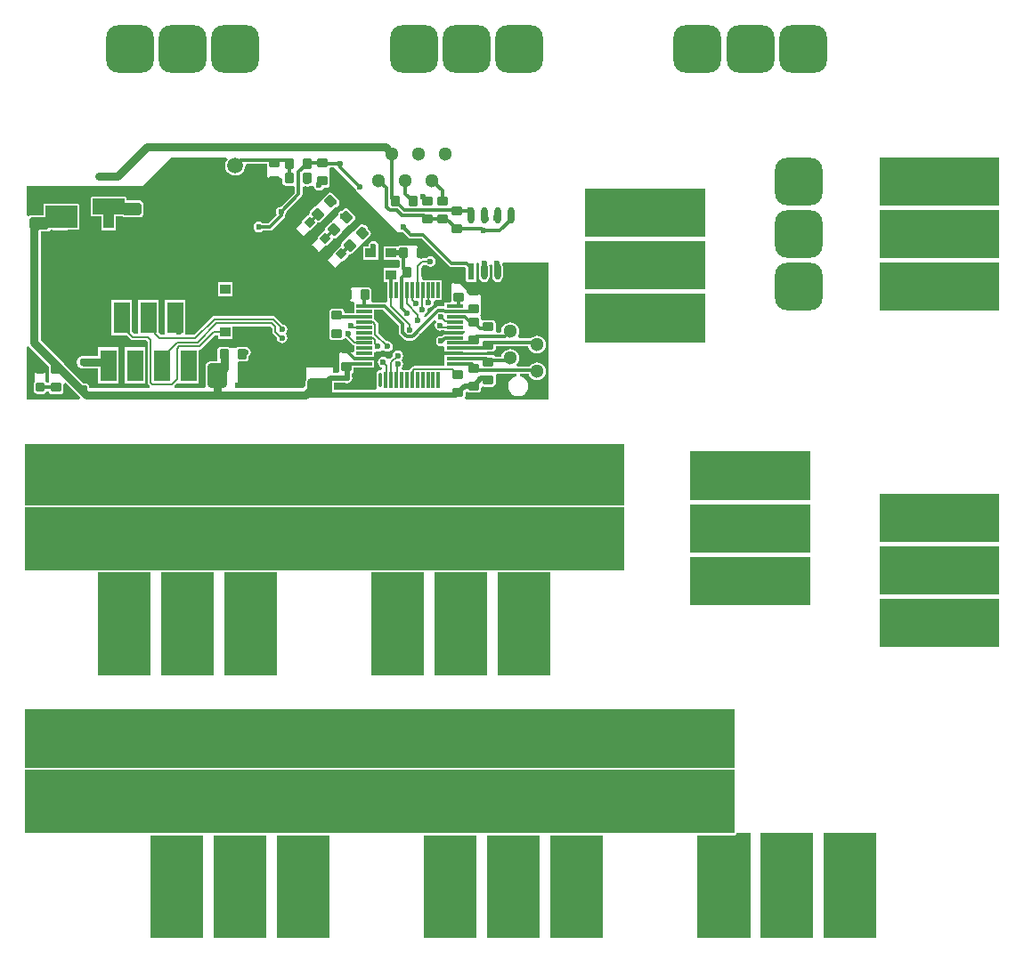
<source format=gtl>
G04*
G04 #@! TF.GenerationSoftware,Altium Limited,Altium Designer,18.1.7 (191)*
G04*
G04 Layer_Physical_Order=1*
G04 Layer_Color=255*
%FSLAX43Y43*%
%MOMM*%
G71*
G01*
G75*
%ADD10R,3.000X4.000*%
%ADD11O,0.300X1.500*%
%ADD12R,0.300X1.500*%
%ADD13R,1.500X0.300*%
G04:AMPARAMS|DCode=14|XSize=1mm|YSize=0.9mm|CornerRadius=0.113mm|HoleSize=0mm|Usage=FLASHONLY|Rotation=0.000|XOffset=0mm|YOffset=0mm|HoleType=Round|Shape=RoundedRectangle|*
%AMROUNDEDRECTD14*
21,1,1.000,0.675,0,0,0.0*
21,1,0.775,0.900,0,0,0.0*
1,1,0.225,0.388,-0.338*
1,1,0.225,-0.388,-0.338*
1,1,0.225,-0.388,0.338*
1,1,0.225,0.388,0.338*
%
%ADD14ROUNDEDRECTD14*%
G04:AMPARAMS|DCode=15|XSize=1mm|YSize=0.9mm|CornerRadius=0.113mm|HoleSize=0mm|Usage=FLASHONLY|Rotation=135.000|XOffset=0mm|YOffset=0mm|HoleType=Round|Shape=RoundedRectangle|*
%AMROUNDEDRECTD15*
21,1,1.000,0.675,0,0,135.0*
21,1,0.775,0.900,0,0,135.0*
1,1,0.225,-0.035,0.513*
1,1,0.225,0.513,-0.035*
1,1,0.225,0.035,-0.513*
1,1,0.225,-0.513,0.035*
%
%ADD15ROUNDEDRECTD15*%
G04:AMPARAMS|DCode=16|XSize=1mm|YSize=0.9mm|CornerRadius=0.113mm|HoleSize=0mm|Usage=FLASHONLY|Rotation=90.000|XOffset=0mm|YOffset=0mm|HoleType=Round|Shape=RoundedRectangle|*
%AMROUNDEDRECTD16*
21,1,1.000,0.675,0,0,90.0*
21,1,0.775,0.900,0,0,90.0*
1,1,0.225,0.338,0.388*
1,1,0.225,0.338,-0.388*
1,1,0.225,-0.338,-0.388*
1,1,0.225,-0.338,0.388*
%
%ADD16ROUNDEDRECTD16*%
%ADD17R,0.600X1.550*%
%ADD18O,0.600X1.550*%
%ADD19R,1.000X0.900*%
%ADD20R,1.500X3.000*%
%ADD21R,1.000X0.900*%
G04:AMPARAMS|DCode=22|XSize=0.8mm|YSize=0.8mm|CornerRadius=0.1mm|HoleSize=0mm|Usage=FLASHONLY|Rotation=225.000|XOffset=0mm|YOffset=0mm|HoleType=Round|Shape=RoundedRectangle|*
%AMROUNDEDRECTD22*
21,1,0.800,0.600,0,0,225.0*
21,1,0.600,0.800,0,0,225.0*
1,1,0.200,-0.424,0.000*
1,1,0.200,0.000,0.424*
1,1,0.200,0.424,0.000*
1,1,0.200,0.000,-0.424*
%
%ADD22ROUNDEDRECTD22*%
G04:AMPARAMS|DCode=23|XSize=2.3mm|YSize=1.8mm|CornerRadius=0.225mm|HoleSize=0mm|Usage=FLASHONLY|Rotation=90.000|XOffset=0mm|YOffset=0mm|HoleType=Round|Shape=RoundedRectangle|*
%AMROUNDEDRECTD23*
21,1,2.300,1.350,0,0,90.0*
21,1,1.850,1.800,0,0,90.0*
1,1,0.450,0.675,0.925*
1,1,0.450,0.675,-0.925*
1,1,0.450,-0.675,-0.925*
1,1,0.450,-0.675,0.925*
%
%ADD23ROUNDEDRECTD23*%
G04:AMPARAMS|DCode=24|XSize=0.6mm|YSize=0.7mm|CornerRadius=0.075mm|HoleSize=0mm|Usage=FLASHONLY|Rotation=270.000|XOffset=0mm|YOffset=0mm|HoleType=Round|Shape=RoundedRectangle|*
%AMROUNDEDRECTD24*
21,1,0.600,0.550,0,0,270.0*
21,1,0.450,0.700,0,0,270.0*
1,1,0.150,-0.275,-0.225*
1,1,0.150,-0.275,0.225*
1,1,0.150,0.275,0.225*
1,1,0.150,0.275,-0.225*
%
%ADD24ROUNDEDRECTD24*%
%ADD25R,1.000X2.150*%
%ADD26R,3.250X2.150*%
G04:AMPARAMS|DCode=27|XSize=1.8mm|YSize=1.15mm|CornerRadius=0.144mm|HoleSize=0mm|Usage=FLASHONLY|Rotation=180.000|XOffset=0mm|YOffset=0mm|HoleType=Round|Shape=RoundedRectangle|*
%AMROUNDEDRECTD27*
21,1,1.800,0.863,0,0,180.0*
21,1,1.513,1.150,0,0,180.0*
1,1,0.288,-0.756,0.431*
1,1,0.288,0.756,0.431*
1,1,0.288,0.756,-0.431*
1,1,0.288,-0.756,-0.431*
%
%ADD27ROUNDEDRECTD27*%
G04:AMPARAMS|DCode=28|XSize=0.8mm|YSize=0.8mm|CornerRadius=0.1mm|HoleSize=0mm|Usage=FLASHONLY|Rotation=90.000|XOffset=0mm|YOffset=0mm|HoleType=Round|Shape=RoundedRectangle|*
%AMROUNDEDRECTD28*
21,1,0.800,0.600,0,0,90.0*
21,1,0.600,0.800,0,0,90.0*
1,1,0.200,0.300,0.300*
1,1,0.200,0.300,-0.300*
1,1,0.200,-0.300,-0.300*
1,1,0.200,-0.300,0.300*
%
%ADD28ROUNDEDRECTD28*%
G04:AMPARAMS|DCode=29|XSize=2.3mm|YSize=1.8mm|CornerRadius=0.225mm|HoleSize=0mm|Usage=FLASHONLY|Rotation=180.000|XOffset=0mm|YOffset=0mm|HoleType=Round|Shape=RoundedRectangle|*
%AMROUNDEDRECTD29*
21,1,2.300,1.350,0,0,180.0*
21,1,1.850,1.800,0,0,180.0*
1,1,0.450,-0.925,0.675*
1,1,0.450,0.925,0.675*
1,1,0.450,0.925,-0.675*
1,1,0.450,-0.925,-0.675*
%
%ADD29ROUNDEDRECTD29*%
%ADD30C,0.300*%
%ADD31C,0.500*%
%ADD32C,0.800*%
%ADD33C,0.200*%
%ADD34C,0.600*%
G04:AMPARAMS|DCode=35|XSize=4.5mm|YSize=4.5mm|CornerRadius=1.125mm|HoleSize=0mm|Usage=FLASHONLY|Rotation=0.000|XOffset=0mm|YOffset=0mm|HoleType=Round|Shape=RoundedRectangle|*
%AMROUNDEDRECTD35*
21,1,4.500,2.250,0,0,0.0*
21,1,2.250,4.500,0,0,0.0*
1,1,2.250,1.125,-1.125*
1,1,2.250,-1.125,-1.125*
1,1,2.250,-1.125,1.125*
1,1,2.250,1.125,1.125*
%
%ADD35ROUNDEDRECTD35*%
G04:AMPARAMS|DCode=36|XSize=4.5mm|YSize=4.5mm|CornerRadius=1.125mm|HoleSize=0mm|Usage=FLASHONLY|Rotation=90.000|XOffset=0mm|YOffset=0mm|HoleType=Round|Shape=RoundedRectangle|*
%AMROUNDEDRECTD36*
21,1,4.500,2.250,0,0,90.0*
21,1,2.250,4.500,0,0,90.0*
1,1,2.250,1.125,1.125*
1,1,2.250,1.125,-1.125*
1,1,2.250,-1.125,-1.125*
1,1,2.250,-1.125,1.125*
%
%ADD36ROUNDEDRECTD36*%
%ADD37C,0.900*%
%ADD38C,1.600*%
%ADD39C,1.300*%
%ADD40C,1.500*%
%ADD41C,0.600*%
G36*
X25303Y80100D02*
X25210Y79979D01*
X25114Y79748D01*
X25082Y79500D01*
X25114Y79252D01*
X25210Y79021D01*
X25362Y78822D01*
X25561Y78670D01*
X25792Y78574D01*
X26040Y78542D01*
X26288Y78574D01*
X26519Y78670D01*
X26718Y78822D01*
X26870Y79021D01*
X26966Y79252D01*
X26998Y79500D01*
X27124Y79643D01*
X29064D01*
Y79412D01*
X29084Y79314D01*
X29070Y79300D01*
Y78500D01*
X29270Y78300D01*
X30270D01*
X30313Y78343D01*
X30513Y78260D01*
Y77912D01*
X30537Y77791D01*
X30606Y77687D01*
X30710Y77618D01*
X30832Y77594D01*
X31507D01*
X31512Y77595D01*
X31712Y77463D01*
Y76917D01*
X30404Y75609D01*
X30400Y75610D01*
X30205Y75571D01*
X30039Y75460D01*
X29929Y75295D01*
X29890Y75100D01*
X29929Y74905D01*
X29984Y74822D01*
X29214Y74051D01*
X28614D01*
X28471Y74147D01*
X28276Y74186D01*
X28081Y74147D01*
X27916Y74036D01*
X27805Y73871D01*
X27766Y73676D01*
X27805Y73481D01*
X27916Y73315D01*
X28081Y73205D01*
X28276Y73166D01*
X28471Y73205D01*
X28637Y73315D01*
X28651Y73337D01*
X29362D01*
X29498Y73365D01*
X29614Y73442D01*
X30652Y74480D01*
X30730Y74596D01*
X30757Y74733D01*
Y74737D01*
X30760Y74739D01*
X30871Y74905D01*
X30910Y75100D01*
X30909Y75104D01*
X32321Y76517D01*
X32399Y76633D01*
X32426Y76769D01*
Y77411D01*
X32469Y77485D01*
X32692Y77537D01*
X32705Y77529D01*
X32900Y77490D01*
X33095Y77529D01*
X33192Y77594D01*
X33207D01*
X33299Y77612D01*
X33370Y77593D01*
X33515Y77502D01*
X33529Y77431D01*
X33640Y77265D01*
X33805Y77155D01*
X34000Y77116D01*
X34195Y77155D01*
X34360Y77265D01*
X34446Y77394D01*
X34688D01*
X34809Y77418D01*
X34913Y77487D01*
X34982Y77591D01*
X35006Y77713D01*
Y78387D01*
X34986Y78486D01*
X35000Y78500D01*
Y79300D01*
X35182Y79344D01*
X35356D01*
X37497Y77203D01*
X37539Y77139D01*
X37603Y77097D01*
X41500Y73200D01*
X41829D01*
X41999Y73166D01*
X42003Y73167D01*
X42483Y72687D01*
X42599Y72610D01*
X42736Y72583D01*
X43760D01*
X46375Y69968D01*
X46491Y69890D01*
X46628Y69863D01*
X47883D01*
X47935Y69811D01*
Y68544D01*
X47808Y68408D01*
X47745Y68400D01*
X46800D01*
X46600Y68200D01*
Y67400D01*
X46614Y67386D01*
X46594Y67287D01*
Y66613D01*
X46417Y66475D01*
X45950D01*
Y66173D01*
X45869Y66107D01*
X45331D01*
X45194Y66080D01*
X45078Y66002D01*
X44160Y65084D01*
X43943Y65123D01*
X44010Y65317D01*
X44175Y65428D01*
X44286Y65593D01*
X44325Y65788D01*
X44321Y65808D01*
X44415Y65993D01*
X44610Y66032D01*
X44775Y66143D01*
X44886Y66308D01*
X44925Y66503D01*
X44920Y66525D01*
X45084Y66725D01*
X45700D01*
Y68625D01*
X43878D01*
X43795Y68825D01*
X43845Y68875D01*
Y69875D01*
X43803Y69917D01*
X43932Y70071D01*
X44203D01*
X44240Y70016D01*
X44405Y69906D01*
X44600Y69867D01*
X44795Y69906D01*
X44960Y70016D01*
X45071Y70182D01*
X45110Y70377D01*
X45071Y70572D01*
X44960Y70737D01*
X44795Y70848D01*
X44600Y70886D01*
X44405Y70848D01*
X44240Y70737D01*
X44203Y70683D01*
X43788D01*
X43788Y70683D01*
X43684Y70662D01*
X43641Y70681D01*
X43500Y70785D01*
Y71700D01*
X43300Y71900D01*
X42500D01*
X42486Y71886D01*
X42388Y71906D01*
X41713D01*
X41591Y71882D01*
X41527Y71850D01*
X41526Y71850D01*
X40126D01*
Y70550D01*
X41527D01*
X41586Y70521D01*
X41591Y70518D01*
X41594Y70518D01*
X41693Y70469D01*
Y69831D01*
X41527Y69750D01*
X40126D01*
Y68450D01*
X40493D01*
Y67675D01*
X40500Y67641D01*
Y66725D01*
X40500D01*
X40486Y66587D01*
X40307Y66467D01*
X40232Y66482D01*
X39050D01*
X38959Y66682D01*
X38982Y66716D01*
X39006Y66837D01*
Y67612D01*
X38982Y67734D01*
X38913Y67838D01*
X38809Y67907D01*
X38688Y67931D01*
X38013D01*
X37914Y67911D01*
X37900Y67925D01*
X37100D01*
X36900Y67725D01*
Y66725D01*
X37100Y66525D01*
X37171D01*
X37350Y66475D01*
Y65482D01*
X36406D01*
Y65588D01*
X36382Y65709D01*
X36313Y65813D01*
X36209Y65882D01*
X36088Y65906D01*
X35312D01*
X35191Y65882D01*
X35087Y65813D01*
X35018Y65709D01*
X34994Y65588D01*
Y64912D01*
X35014Y64814D01*
X35000Y64800D01*
Y64000D01*
X35014Y63986D01*
X34994Y63888D01*
Y63213D01*
X35018Y63091D01*
X35087Y62987D01*
X35191Y62918D01*
X35312Y62894D01*
X36088D01*
X36209Y62918D01*
X36313Y62987D01*
X36316Y62992D01*
X36549Y63053D01*
X36575Y63047D01*
X36584Y63034D01*
X37159Y62459D01*
X37159Y62459D01*
X37258Y62392D01*
X37350Y62374D01*
Y61833D01*
X37214Y61758D01*
X37150Y61750D01*
X37100Y61800D01*
X36100D01*
X35900Y61600D01*
Y60800D01*
X35914Y60786D01*
X35894Y60688D01*
Y60013D01*
X35905Y59959D01*
X35804Y59792D01*
X35766Y59759D01*
X35370D01*
Y60308D01*
X32830D01*
Y59292D01*
X32830Y59292D01*
X32830D01*
X32794Y59225D01*
X32775Y59191D01*
X32761Y59121D01*
X32761Y59121D01*
X32760Y59118D01*
X32742Y59025D01*
Y58607D01*
X32447Y58312D01*
X26258D01*
Y60680D01*
X26308Y60801D01*
X26417Y60868D01*
X27010D01*
X27132Y60893D01*
X27236Y60962D01*
X27305Y61065D01*
X27329Y61187D01*
Y61371D01*
X27359Y61391D01*
X27470Y61556D01*
X27509Y61751D01*
X27470Y61946D01*
X27359Y62112D01*
X27194Y62222D01*
X27179Y62225D01*
X27132Y62256D01*
X27010Y62281D01*
X26335D01*
X26214Y62256D01*
X26110Y62187D01*
X26102Y62174D01*
X25544D01*
X25536Y62187D01*
X25432Y62256D01*
X25310Y62281D01*
X24635D01*
X24514Y62256D01*
X24410Y62187D01*
X24341Y62084D01*
X24317Y61962D01*
Y61187D01*
X24341Y61065D01*
X24346Y61058D01*
X24293Y60858D01*
X23625D01*
X23459Y60825D01*
X23319Y60731D01*
X23225Y60591D01*
X23192Y60425D01*
Y58575D01*
X23204Y58512D01*
X23068Y58312D01*
X20309D01*
X20257Y58399D01*
X20234Y58512D01*
X20555Y58833D01*
X20635Y58800D01*
Y58800D01*
X22535D01*
Y61827D01*
X22618Y61994D01*
X22735Y62017D01*
X22834Y62084D01*
X24095Y63344D01*
X24375D01*
Y63000D01*
X25775D01*
Y64194D01*
X29361D01*
X29533Y64022D01*
Y63712D01*
X29533Y63712D01*
X29556Y63595D01*
X29623Y63496D01*
X29995Y63124D01*
X29990Y63100D01*
X30029Y62905D01*
X30139Y62740D01*
X30305Y62629D01*
X30500Y62590D01*
X30695Y62629D01*
X30860Y62740D01*
X30971Y62905D01*
X31010Y63100D01*
X30971Y63295D01*
X30935Y63349D01*
X30876Y63500D01*
X30935Y63651D01*
X30971Y63705D01*
X31010Y63900D01*
X30971Y64095D01*
X30860Y64260D01*
X30695Y64371D01*
X30595Y64391D01*
X29869Y65116D01*
X29770Y65183D01*
X29653Y65206D01*
X29653Y65206D01*
X24050D01*
X24050Y65206D01*
X23933Y65183D01*
X23834Y65116D01*
X23834Y65116D01*
X22123Y63406D01*
X21265D01*
Y66700D01*
X19365D01*
Y63406D01*
X18977D01*
X18725Y63658D01*
Y66700D01*
X16825D01*
Y63506D01*
X16427D01*
X16185Y63748D01*
Y66700D01*
X14285D01*
Y63300D01*
X15767D01*
X16084Y62984D01*
X16084Y62984D01*
X16183Y62917D01*
X16300Y62894D01*
X17573D01*
X17689Y62778D01*
Y58876D01*
X17689Y58876D01*
X17712Y58759D01*
X17779Y58659D01*
X17926Y58512D01*
X17904Y58399D01*
X17852Y58312D01*
X12155D01*
Y58525D01*
X12134Y58632D01*
X12073Y58723D01*
X11982Y58784D01*
X11875Y58805D01*
X11633D01*
X9769Y60669D01*
X9731Y60694D01*
X9706Y60733D01*
X7529Y62909D01*
Y73218D01*
X8156D01*
X8290Y73245D01*
X8404Y73321D01*
X8454Y73396D01*
X8700D01*
Y73350D01*
X10100D01*
Y73396D01*
X11000D01*
X11078Y73412D01*
X11144Y73456D01*
X11188Y73522D01*
X11204Y73600D01*
Y75700D01*
X11188Y75778D01*
X11144Y75844D01*
X11078Y75888D01*
X11000Y75904D01*
X8000Y75904D01*
X7922Y75888D01*
X7856Y75844D01*
X7812Y75778D01*
X7796Y75700D01*
Y74782D01*
X6644D01*
X6510Y74755D01*
X6404Y74684D01*
X6357Y74694D01*
X6204Y74752D01*
Y77600D01*
X17200Y77600D01*
X19900Y80300D01*
X25205Y80300D01*
X25303Y80100D01*
D02*
G37*
G36*
X98694Y75700D02*
X87306D01*
Y80300D01*
X98694D01*
Y75700D01*
D02*
G37*
G36*
X11000Y73600D02*
X8000Y73600D01*
Y73941D01*
X8012Y74000D01*
X8000Y74059D01*
Y75700D01*
X11000Y75700D01*
Y73600D01*
D02*
G37*
G36*
X70694Y72700D02*
X59306D01*
Y77300D01*
X70694D01*
Y72700D01*
D02*
G37*
G36*
X98694Y70708D02*
X87306D01*
Y75292D01*
X98694D01*
Y70708D01*
D02*
G37*
G36*
X55796Y57204D02*
X47946D01*
X47946Y57204D01*
X47857Y57404D01*
X47882Y57441D01*
X47906Y57562D01*
Y57898D01*
X48044Y57966D01*
X48096Y57981D01*
X48191Y57918D01*
X48312Y57894D01*
X49088D01*
X49209Y57918D01*
X49313Y57987D01*
X49382Y58091D01*
X49406Y58213D01*
Y58376D01*
X49583Y58488D01*
X49606Y58490D01*
X49713Y58469D01*
X50487D01*
X50609Y58493D01*
X50713Y58562D01*
X50782Y58666D01*
X50806Y58787D01*
Y59463D01*
X50805Y59468D01*
X50937Y59668D01*
X52775D01*
X52788Y59468D01*
X52692Y59456D01*
X52461Y59360D01*
X52262Y59208D01*
X52110Y59009D01*
X52014Y58778D01*
X51982Y58530D01*
X52014Y58282D01*
X52110Y58051D01*
X52262Y57852D01*
X52461Y57700D01*
X52692Y57604D01*
X52940Y57572D01*
X53188Y57604D01*
X53419Y57700D01*
X53618Y57852D01*
X53770Y58051D01*
X53866Y58282D01*
X53898Y58530D01*
X53866Y58778D01*
X53770Y59009D01*
X53618Y59208D01*
X53419Y59360D01*
X53188Y59456D01*
X53092Y59468D01*
X53105Y59668D01*
X53928D01*
X53998Y59501D01*
X54134Y59324D01*
X54311Y59188D01*
X54518Y59102D01*
X54740Y59073D01*
X54962Y59102D01*
X55169Y59188D01*
X55346Y59324D01*
X55482Y59501D01*
X55568Y59708D01*
X55597Y59930D01*
X55568Y60152D01*
X55482Y60359D01*
X55346Y60536D01*
X55169Y60672D01*
X54962Y60758D01*
X54740Y60787D01*
X54518Y60758D01*
X54311Y60672D01*
X54134Y60536D01*
X54015Y60382D01*
X52859D01*
X52791Y60582D01*
X52806Y60594D01*
X52942Y60771D01*
X53028Y60978D01*
X53057Y61200D01*
X53028Y61422D01*
X52942Y61629D01*
X52806Y61806D01*
X52629Y61942D01*
X52422Y62028D01*
X52200Y62057D01*
X51978Y62028D01*
X51771Y61942D01*
X51594Y61806D01*
X51458Y61629D01*
X51372Y61422D01*
X51357Y61307D01*
X50767D01*
X50713Y61388D01*
X50609Y61457D01*
X50487Y61481D01*
X49929D01*
X49925Y61482D01*
X46900D01*
X46866Y61475D01*
X45950D01*
Y60431D01*
X43076D01*
X42959Y60408D01*
X42859Y60341D01*
X42859Y60341D01*
X42634Y60116D01*
X42573Y60025D01*
X41899D01*
X41839Y60225D01*
X41860Y60240D01*
X41971Y60405D01*
X42010Y60600D01*
X41971Y60795D01*
X41925Y60864D01*
X41877Y61011D01*
X41925Y61158D01*
X41971Y61227D01*
X42010Y61422D01*
X41971Y61617D01*
X41860Y61782D01*
X41695Y61893D01*
X41500Y61932D01*
X41305Y61893D01*
X41139Y61782D01*
X41029Y61617D01*
X40990Y61422D01*
X40999Y61380D01*
X40731Y61112D01*
X40484Y61127D01*
X40477Y61132D01*
X40460Y61157D01*
X40295Y61268D01*
X40100Y61306D01*
X39905Y61268D01*
X39740Y61157D01*
X39629Y60992D01*
X39590Y60797D01*
X39629Y60602D01*
X39740Y60436D01*
X39905Y60326D01*
X39973Y60312D01*
X39977Y60304D01*
X39997Y60190D01*
X39850Y60032D01*
X39713Y60005D01*
X39598Y59927D01*
X39520Y59812D01*
X39493Y59675D01*
Y58475D01*
X39516Y58359D01*
X39509Y58321D01*
X39400Y58159D01*
X35458D01*
Y58841D01*
X36437D01*
X36455Y58829D01*
X36650Y58790D01*
X36845Y58829D01*
X37010Y58940D01*
X37121Y59105D01*
X37160Y59300D01*
X37121Y59495D01*
X37109Y59513D01*
Y59718D01*
X37109Y59718D01*
X37213Y59787D01*
X37282Y59891D01*
X37306Y60013D01*
Y60268D01*
X38300D01*
X38334Y60275D01*
X39250D01*
Y60975D01*
X38334D01*
X38300Y60982D01*
X37446D01*
X37389Y61075D01*
X37500Y61275D01*
X39250D01*
Y61692D01*
X39323Y61756D01*
X39409Y61811D01*
X39450Y61820D01*
X39600Y61790D01*
X39795Y61829D01*
X39960Y61940D01*
X39960Y61940D01*
X40140D01*
X40305Y61829D01*
X40500Y61790D01*
X40695Y61829D01*
X40860Y61940D01*
X40971Y62105D01*
X41010Y62300D01*
X40971Y62495D01*
X40860Y62660D01*
X40695Y62771D01*
X40500Y62810D01*
X40448Y62799D01*
X39656Y63592D01*
Y64399D01*
X39656Y64399D01*
X39633Y64516D01*
X39566Y64616D01*
X39566Y64616D01*
X39391Y64791D01*
X39291Y64858D01*
X39250Y64866D01*
Y65768D01*
X40084D01*
X41595Y64257D01*
Y63606D01*
X41622Y63470D01*
X41699Y63354D01*
X42080Y62973D01*
X42196Y62896D01*
X42333Y62868D01*
X42871D01*
X43008Y62896D01*
X43123Y62973D01*
X43504Y63354D01*
X43581Y63470D01*
X43588Y63503D01*
X44881Y64796D01*
X45099Y64742D01*
X45124Y64637D01*
X45029Y64495D01*
X44990Y64300D01*
X45029Y64105D01*
X45140Y63940D01*
X45305Y63829D01*
X45500Y63790D01*
X45660Y63822D01*
X45675Y63819D01*
X45950D01*
Y63775D01*
X47850D01*
X47878Y63752D01*
Y63656D01*
X47687Y63475D01*
X46934D01*
X46900Y63482D01*
X46000D01*
X45966Y63475D01*
X45950D01*
Y63472D01*
X45863Y63455D01*
X45748Y63377D01*
X45667Y63296D01*
X45600Y63310D01*
X45405Y63271D01*
X45239Y63160D01*
X45129Y62995D01*
X45090Y62800D01*
X45129Y62605D01*
X45239Y62440D01*
X45405Y62329D01*
X45600Y62290D01*
X45750Y62320D01*
X45792Y62311D01*
X45877Y62257D01*
X45950Y62192D01*
Y61775D01*
X46866D01*
X46900Y61768D01*
X49875D01*
X50004Y61794D01*
X50487D01*
X50609Y61818D01*
X50713Y61887D01*
X50782Y61991D01*
X50806Y62112D01*
Y62343D01*
X53899D01*
X53912Y62248D01*
X53998Y62041D01*
X54134Y61864D01*
X54311Y61728D01*
X54518Y61642D01*
X54740Y61613D01*
X54962Y61642D01*
X55169Y61728D01*
X55346Y61864D01*
X55482Y62041D01*
X55568Y62248D01*
X55597Y62470D01*
X55568Y62692D01*
X55482Y62899D01*
X55346Y63076D01*
X55169Y63212D01*
X54962Y63298D01*
X54740Y63327D01*
X54518Y63298D01*
X54311Y63212D01*
X54134Y63076D01*
X54119Y63057D01*
X52999D01*
X52901Y63257D01*
X52942Y63311D01*
X53028Y63518D01*
X53057Y63740D01*
X53028Y63962D01*
X52942Y64169D01*
X52806Y64346D01*
X52629Y64482D01*
X52422Y64568D01*
X52200Y64597D01*
X51978Y64568D01*
X51771Y64482D01*
X51594Y64346D01*
X51458Y64169D01*
X51372Y63962D01*
X51343Y63740D01*
X51226Y63607D01*
X50937D01*
X50805Y63807D01*
X50806Y63812D01*
Y64488D01*
X50782Y64609D01*
X50713Y64713D01*
X50609Y64782D01*
X50487Y64806D01*
X49713D01*
X49606Y64785D01*
X49583Y64787D01*
X49406Y64899D01*
Y64988D01*
X49382Y65109D01*
X49378Y65115D01*
X49329Y65262D01*
X49378Y65410D01*
X49382Y65416D01*
X49406Y65537D01*
Y66213D01*
X49386Y66311D01*
X49400Y66325D01*
Y67125D01*
X49200Y67325D01*
X48200D01*
X48040Y67371D01*
X48000Y67408D01*
Y68200D01*
X47975Y68225D01*
X48058Y68425D01*
X48935D01*
Y68900D01*
X48960Y69025D01*
X48935Y69150D01*
Y70234D01*
X49135Y70267D01*
X49190Y70200D01*
X49225Y70025D01*
X49195Y69875D01*
Y68925D01*
X49234Y68730D01*
X49345Y68565D01*
X49510Y68454D01*
X49705Y68415D01*
X49900Y68454D01*
X50065Y68565D01*
X50176Y68730D01*
X50215Y68925D01*
Y69875D01*
X50181Y70044D01*
X50193Y70062D01*
X50352Y70149D01*
X50441Y70110D01*
X50458Y70025D01*
X50487Y69982D01*
X50465Y69875D01*
Y68925D01*
X50504Y68730D01*
X50615Y68565D01*
X50780Y68454D01*
X50975Y68415D01*
X51170Y68454D01*
X51335Y68565D01*
X51446Y68730D01*
X51485Y68925D01*
Y69875D01*
X51446Y70070D01*
X51426Y70100D01*
X51457Y70242D01*
X51505Y70300D01*
X55796D01*
Y57204D01*
D02*
G37*
G36*
X70694Y67708D02*
X59306D01*
Y72292D01*
X70694D01*
Y67708D01*
D02*
G37*
G36*
X98694Y65700D02*
X87306D01*
Y70300D01*
X98694D01*
Y65700D01*
D02*
G37*
G36*
X70694Y62700D02*
X59306D01*
Y67300D01*
X70694D01*
Y62700D01*
D02*
G37*
G36*
X6485Y62223D02*
X8294Y60414D01*
Y59763D01*
X8314Y59664D01*
X8300Y59650D01*
Y58850D01*
X8282Y58840D01*
X8158Y58826D01*
X8000Y58983D01*
Y59750D01*
X7000D01*
Y58927D01*
X6984Y58916D01*
X6917Y58817D01*
X6894Y58700D01*
Y58100D01*
X6917Y57983D01*
X6984Y57884D01*
X7083Y57817D01*
X7200Y57794D01*
X7800D01*
X7917Y57817D01*
X8016Y57884D01*
X8083Y57983D01*
X8095Y58043D01*
X8298D01*
X8318Y57941D01*
X8387Y57837D01*
X8491Y57768D01*
X8613Y57744D01*
X9387D01*
X9509Y57768D01*
X9613Y57837D01*
X9682Y57941D01*
X9706Y58062D01*
Y58719D01*
X9749Y58755D01*
X9895Y58813D01*
X11304Y57404D01*
X11221Y57204D01*
X6204D01*
Y62283D01*
X6404Y62344D01*
X6485Y62223D01*
D02*
G37*
G36*
X80694Y47700D02*
X69306D01*
Y52300D01*
X80694D01*
Y47700D01*
D02*
G37*
G36*
X63000Y47204D02*
X41565Y47204D01*
X41552Y47201D01*
X41539Y47202D01*
X41500Y47197D01*
X41461Y47202D01*
X41448Y47201D01*
X41435Y47204D01*
X40066D01*
X40052Y47201D01*
X40039Y47202D01*
X40000Y47197D01*
X39961Y47202D01*
X39948Y47201D01*
X39935Y47204D01*
X38566D01*
X38552Y47201D01*
X38539Y47202D01*
X38500Y47197D01*
X38461Y47202D01*
X38448Y47201D01*
X38435Y47204D01*
X31565Y47204D01*
X31552Y47201D01*
X31539Y47202D01*
X31500Y47197D01*
X31461Y47202D01*
X31448Y47201D01*
X31434Y47204D01*
X27565D01*
X27552Y47201D01*
X27539Y47202D01*
X27500Y47197D01*
X27461Y47202D01*
X27448Y47201D01*
X27434Y47204D01*
X23566D01*
X23552Y47201D01*
X23539Y47202D01*
X23500Y47197D01*
X23461Y47202D01*
X23448Y47201D01*
X23434Y47204D01*
X19566D01*
X19552Y47201D01*
X19539Y47202D01*
X19500Y47197D01*
X19461Y47202D01*
X19448Y47201D01*
X19434Y47204D01*
X15566D01*
X15552Y47201D01*
X15539Y47202D01*
X15500Y47197D01*
X15461Y47202D01*
X15448Y47201D01*
X15434Y47204D01*
X14066D01*
X14052Y47201D01*
X14039Y47202D01*
X14000Y47197D01*
X13961Y47202D01*
X13948Y47201D01*
X13934Y47204D01*
X12566D01*
X12552Y47201D01*
X12539Y47202D01*
X12500Y47197D01*
X12461Y47202D01*
X12448Y47201D01*
X12434Y47204D01*
X6000D01*
Y53000D01*
X63000D01*
Y47204D01*
D02*
G37*
G36*
X98694Y43700D02*
X87306D01*
Y48300D01*
X98694D01*
Y43700D01*
D02*
G37*
G36*
X80694Y42708D02*
X69306D01*
Y47292D01*
X80694D01*
Y42708D01*
D02*
G37*
G36*
X12434Y47000D02*
X12500Y46991D01*
X12566Y47000D01*
X13934D01*
X14000Y46991D01*
X14066Y47000D01*
X15434D01*
X15500Y46991D01*
X15566Y47000D01*
X19434D01*
X19500Y46991D01*
X19566Y47000D01*
X23434D01*
X23500Y46991D01*
X23566Y47000D01*
X27434D01*
X27500Y46991D01*
X27565Y47000D01*
X31434D01*
X31500Y46991D01*
X31565Y47000D01*
X38435Y47000D01*
X38500Y46991D01*
X38566Y47000D01*
X39935D01*
X40000Y46991D01*
X40066Y47000D01*
X41435D01*
X41500Y46991D01*
X41565Y47000D01*
X63000Y47000D01*
Y41000D01*
X55066D01*
X55000Y41009D01*
X54934Y41000D01*
X53566D01*
X53500Y41009D01*
X53434Y41000D01*
X52066D01*
X52000Y41009D01*
X51934Y41000D01*
X49066D01*
X49000Y41009D01*
X48934Y41000D01*
X47566D01*
X47500Y41009D01*
X47434Y41000D01*
X46066D01*
X46000Y41009D01*
X45934Y41000D01*
X43066D01*
X43000Y41009D01*
X42934Y41000D01*
X41566D01*
X41500Y41009D01*
X41434Y41000D01*
X40066D01*
X40000Y41009D01*
X39934Y41000D01*
X29066Y41000D01*
X29000Y41009D01*
X28934Y41000D01*
X27566D01*
X27500Y41009D01*
X27434Y41000D01*
X26066D01*
X26000Y41009D01*
X25934Y41000D01*
X23066D01*
X23000Y41009D01*
X22934Y41000D01*
X21566D01*
X21500Y41009D01*
X21434Y41000D01*
X20066D01*
X20000Y41009D01*
X19934Y41000D01*
X17066D01*
X17000Y41009D01*
X16934Y41000D01*
X15566D01*
X15500Y41009D01*
X15434Y41000D01*
X14066D01*
X14000Y41009D01*
X13934Y41000D01*
X6000D01*
Y47000D01*
X12434D01*
D02*
G37*
G36*
X14039Y40798D02*
X14052Y40799D01*
X14066Y40796D01*
X15434D01*
X15448Y40799D01*
X15461Y40798D01*
X15500Y40803D01*
X15539Y40798D01*
X15552Y40799D01*
X15566Y40796D01*
X16934D01*
X16948Y40799D01*
X16961Y40798D01*
X17000Y40803D01*
X17039Y40798D01*
X17052Y40799D01*
X17066Y40796D01*
X18000D01*
Y31000D01*
X13000D01*
Y40796D01*
X13934D01*
X13948Y40799D01*
X13961Y40798D01*
X14000Y40803D01*
X14039Y40798D01*
D02*
G37*
G36*
X29039Y40798D02*
X29052Y40799D01*
X29066Y40796D01*
X30000D01*
Y31000D01*
X25000D01*
Y40796D01*
X25934D01*
X25948Y40799D01*
X25961Y40798D01*
X26000Y40803D01*
X26039Y40798D01*
X26052Y40799D01*
X26066Y40796D01*
X27434D01*
X27448Y40799D01*
X27461Y40798D01*
X27500Y40803D01*
X27539Y40798D01*
X27552Y40799D01*
X27566Y40796D01*
X28934D01*
X28948Y40799D01*
X28961Y40798D01*
X29000Y40803D01*
X29039Y40798D01*
D02*
G37*
G36*
X23039D02*
X23052Y40799D01*
X23066Y40796D01*
X24000D01*
Y31000D01*
X19000D01*
Y40796D01*
X19934D01*
X19948Y40799D01*
X19961Y40798D01*
X20000Y40803D01*
X20039Y40798D01*
X20052Y40799D01*
X20066Y40796D01*
X21434D01*
X21448Y40799D01*
X21461Y40798D01*
X21500Y40803D01*
X21539Y40798D01*
X21552Y40799D01*
X21566Y40796D01*
X22934D01*
X22948Y40799D01*
X22961Y40798D01*
X23000Y40803D01*
X23039Y40798D01*
D02*
G37*
G36*
X52039Y40798D02*
X52052Y40799D01*
X52066Y40796D01*
X53434D01*
X53448Y40799D01*
X53461Y40798D01*
X53500Y40803D01*
X53539Y40798D01*
X53552Y40799D01*
X53566Y40796D01*
X54934D01*
X54948Y40799D01*
X54961Y40798D01*
X55000Y40803D01*
X55039Y40798D01*
X55052Y40799D01*
X55066Y40796D01*
X56000D01*
Y31000D01*
X51000D01*
Y40796D01*
X51934D01*
X51948Y40799D01*
X51961Y40798D01*
X52000Y40803D01*
X52039Y40798D01*
D02*
G37*
G36*
X49039D02*
X49052Y40799D01*
X49066Y40796D01*
X50000D01*
Y31000D01*
X45000D01*
Y40796D01*
X45934D01*
X45948Y40799D01*
X45961Y40798D01*
X46000Y40803D01*
X46039Y40798D01*
X46052Y40799D01*
X46066Y40796D01*
X47434D01*
X47448Y40799D01*
X47461Y40798D01*
X47500Y40803D01*
X47539Y40798D01*
X47552Y40799D01*
X47566Y40796D01*
X48934D01*
X48948Y40799D01*
X48961Y40798D01*
X49000Y40803D01*
X49039Y40798D01*
D02*
G37*
G36*
X43039D02*
X43052Y40799D01*
X43066Y40796D01*
X44000D01*
Y31000D01*
X39000D01*
Y40796D01*
X39934D01*
X39948Y40799D01*
X39961Y40798D01*
X40000Y40803D01*
X40039Y40798D01*
X40052Y40799D01*
X40066Y40796D01*
X41434D01*
X41448Y40799D01*
X41461Y40798D01*
X41500Y40803D01*
X41539Y40798D01*
X41552Y40799D01*
X41566Y40796D01*
X42934D01*
X42948Y40799D01*
X42961Y40798D01*
X43000Y40803D01*
X43039Y40798D01*
D02*
G37*
G36*
X98694Y38708D02*
X87306D01*
Y43292D01*
X98694D01*
Y38708D01*
D02*
G37*
G36*
X80694Y37700D02*
X69306D01*
Y42300D01*
X80694D01*
Y37700D01*
D02*
G37*
G36*
X98694Y33700D02*
X87306D01*
Y38300D01*
X98694D01*
Y33700D01*
D02*
G37*
G36*
X73500Y27800D02*
Y22204D01*
X72565D01*
X72552Y22201D01*
X72539Y22202D01*
X72500Y22197D01*
X72461Y22202D01*
X72448Y22201D01*
X72435Y22204D01*
X71065D01*
X71052Y22201D01*
X71039Y22202D01*
X71000Y22197D01*
X70961Y22202D01*
X70948Y22201D01*
X70935Y22204D01*
X69565D01*
X69552Y22201D01*
X69539Y22202D01*
X69500Y22197D01*
X69461Y22202D01*
X69448Y22201D01*
X69435Y22204D01*
X60566D01*
X60552Y22201D01*
X60539Y22202D01*
X60500Y22197D01*
X60461Y22202D01*
X60448Y22201D01*
X60435Y22204D01*
X56566D01*
X56552Y22201D01*
X56539Y22202D01*
X56500Y22197D01*
X56461Y22202D01*
X56448Y22201D01*
X56435Y22204D01*
X52566D01*
X52552Y22201D01*
X52539Y22202D01*
X52500Y22197D01*
X52461Y22202D01*
X52448Y22201D01*
X52435Y22204D01*
X48566D01*
X48552Y22201D01*
X48539Y22202D01*
X48500Y22197D01*
X48461Y22202D01*
X48448Y22201D01*
X48435Y22204D01*
X46566D01*
X46552Y22201D01*
X46539Y22202D01*
X46500Y22197D01*
X46461Y22202D01*
X46448Y22201D01*
X46435Y22204D01*
X45066D01*
X45052Y22201D01*
X45039Y22202D01*
X45000Y22197D01*
X44961Y22202D01*
X44948Y22201D01*
X44935Y22204D01*
X43566D01*
X43552Y22201D01*
X43539Y22202D01*
X43500Y22197D01*
X43461Y22202D01*
X43448Y22201D01*
X43435Y22204D01*
X34566Y22204D01*
X34552Y22201D01*
X34539Y22202D01*
X34500Y22197D01*
X34461Y22202D01*
X34448Y22201D01*
X34434Y22204D01*
X30566D01*
X30552Y22201D01*
X30539Y22202D01*
X30500Y22197D01*
X30461Y22202D01*
X30448Y22201D01*
X30434Y22204D01*
X26566D01*
X26552Y22201D01*
X26539Y22202D01*
X26500Y22197D01*
X26461Y22202D01*
X26448Y22201D01*
X26434Y22204D01*
X22566D01*
X22552Y22201D01*
X22539Y22202D01*
X22500Y22197D01*
X22461Y22202D01*
X22448Y22201D01*
X22434Y22204D01*
X20566D01*
X20552Y22201D01*
X20539Y22202D01*
X20500Y22197D01*
X20461Y22202D01*
X20448Y22201D01*
X20434Y22204D01*
X19066D01*
X19052Y22201D01*
X19039Y22202D01*
X19000Y22197D01*
X18961Y22202D01*
X18948Y22201D01*
X18934Y22204D01*
X17566D01*
X17552Y22201D01*
X17539Y22202D01*
X17500Y22197D01*
X17461Y22202D01*
X17448Y22201D01*
X17434Y22204D01*
X6000D01*
X6000Y22204D01*
Y27800D01*
X73500Y27800D01*
D02*
G37*
G36*
X17434Y22000D02*
X17500Y21991D01*
X17566Y22000D01*
X18934D01*
X19000Y21991D01*
X19066Y22000D01*
X20434D01*
X20500Y21991D01*
X20566Y22000D01*
X22434D01*
X22500Y21991D01*
X22566Y22000D01*
X26434D01*
X26500Y21991D01*
X26566Y22000D01*
X30434D01*
X30500Y21991D01*
X30566Y22000D01*
X34434D01*
X34500Y21991D01*
X34566Y22000D01*
X43435Y22000D01*
X43500Y21991D01*
X43566Y22000D01*
X44935D01*
X45000Y21991D01*
X45066Y22000D01*
X46435D01*
X46500Y21991D01*
X46566Y22000D01*
X48435D01*
X48500Y21991D01*
X48566Y22000D01*
X52435D01*
X52500Y21991D01*
X52566Y22000D01*
X56435D01*
X56500Y21991D01*
X56566Y22000D01*
X60435D01*
X60500Y21991D01*
X60566Y22000D01*
X69435D01*
X69500Y21991D01*
X69565Y22000D01*
X70935D01*
X71000Y21991D01*
X71065Y22000D01*
X72435D01*
X72500Y21991D01*
X72565Y22000D01*
X73500D01*
X73500Y16000D01*
X72566D01*
X72500Y16009D01*
X72434Y16000D01*
X71066D01*
X71000Y16009D01*
X70934Y16000D01*
X60066D01*
X60000Y16009D01*
X59934Y16000D01*
X58566D01*
X58500Y16009D01*
X58434Y16000D01*
X57066D01*
X57000Y16009D01*
X56934Y16000D01*
X54066D01*
X54000Y16009D01*
X53934Y16000D01*
X52566D01*
X52500Y16009D01*
X52434Y16000D01*
X51066D01*
X51000Y16009D01*
X50934Y16000D01*
X48066D01*
X48000Y16009D01*
X47934Y16000D01*
X46566D01*
X46500Y16009D01*
X46434Y16000D01*
X45066D01*
X45000Y16009D01*
X44934Y16000D01*
X34066Y16000D01*
X34000Y16009D01*
X33934Y16000D01*
X32566D01*
X32500Y16009D01*
X32434Y16000D01*
X31066D01*
X31000Y16009D01*
X30934Y16000D01*
X28066D01*
X28000Y16009D01*
X27934Y16000D01*
X26566D01*
X26500Y16009D01*
X26434Y16000D01*
X25066D01*
X25000Y16009D01*
X24934Y16000D01*
X22066D01*
X22000Y16009D01*
X21934Y16000D01*
X20566D01*
X20500Y16009D01*
X20434Y16000D01*
X19066D01*
X19000Y16009D01*
X18934Y16000D01*
X6000D01*
X6000Y22000D01*
X17434D01*
D02*
G37*
G36*
X34039Y15798D02*
X34052Y15799D01*
X34066Y15796D01*
X35000D01*
Y6000D01*
X30000D01*
Y15796D01*
X30934D01*
X30948Y15799D01*
X30961Y15798D01*
X31000Y15803D01*
X31039Y15798D01*
X31052Y15799D01*
X31066Y15796D01*
X32434D01*
X32448Y15799D01*
X32461Y15798D01*
X32500Y15803D01*
X32539Y15798D01*
X32552Y15799D01*
X32566Y15796D01*
X33934D01*
X33948Y15799D01*
X33961Y15798D01*
X34000Y15803D01*
X34039Y15798D01*
D02*
G37*
G36*
X28039D02*
X28052Y15799D01*
X28066Y15796D01*
X29000D01*
Y6000D01*
X24000D01*
Y15796D01*
X24934D01*
X24948Y15799D01*
X24961Y15798D01*
X25000Y15803D01*
X25039Y15798D01*
X25052Y15799D01*
X25066Y15796D01*
X26434D01*
X26448Y15799D01*
X26461Y15798D01*
X26500Y15803D01*
X26539Y15798D01*
X26552Y15799D01*
X26566Y15796D01*
X27934D01*
X27948Y15799D01*
X27961Y15798D01*
X28000Y15803D01*
X28039Y15798D01*
D02*
G37*
G36*
X22039D02*
X22052Y15799D01*
X22066Y15796D01*
X23000D01*
Y6000D01*
X18000D01*
Y15796D01*
X18934D01*
X18948Y15799D01*
X18961Y15798D01*
X19000Y15803D01*
X19039Y15798D01*
X19052Y15799D01*
X19066Y15796D01*
X20434D01*
X20448Y15799D01*
X20461Y15798D01*
X20500Y15803D01*
X20539Y15798D01*
X20552Y15799D01*
X20566Y15796D01*
X21934D01*
X21948Y15799D01*
X21961Y15798D01*
X22000Y15803D01*
X22039Y15798D01*
D02*
G37*
G36*
X60039Y15798D02*
X60052Y15799D01*
X60066Y15796D01*
X61000D01*
Y6000D01*
X56000D01*
Y15796D01*
X56934D01*
X56948Y15799D01*
X56961Y15798D01*
X57000Y15803D01*
X57039Y15798D01*
X57052Y15799D01*
X57066Y15796D01*
X58434D01*
X58448Y15799D01*
X58461Y15798D01*
X58500Y15803D01*
X58539Y15798D01*
X58552Y15799D01*
X58566Y15796D01*
X59934D01*
X59948Y15799D01*
X59961Y15798D01*
X60000Y15803D01*
X60039Y15798D01*
D02*
G37*
G36*
X54039D02*
X54052Y15799D01*
X54066Y15796D01*
X55000D01*
Y6000D01*
X50000D01*
Y15796D01*
X50934D01*
X50948Y15799D01*
X50961Y15798D01*
X51000Y15803D01*
X51039Y15798D01*
X51052Y15799D01*
X51066Y15796D01*
X52434D01*
X52448Y15799D01*
X52461Y15798D01*
X52500Y15803D01*
X52539Y15798D01*
X52552Y15799D01*
X52566Y15796D01*
X53934D01*
X53948Y15799D01*
X53961Y15798D01*
X54000Y15803D01*
X54039Y15798D01*
D02*
G37*
G36*
X48039D02*
X48052Y15799D01*
X48066Y15796D01*
X49000D01*
Y6000D01*
X44000D01*
Y15796D01*
X44934D01*
X44948Y15799D01*
X44961Y15798D01*
X45000Y15803D01*
X45039Y15798D01*
X45052Y15799D01*
X45066Y15796D01*
X46434D01*
X46448Y15799D01*
X46461Y15798D01*
X46500Y15803D01*
X46539Y15798D01*
X46552Y15799D01*
X46566Y15796D01*
X47934D01*
X47948Y15799D01*
X47961Y15798D01*
X48000Y15803D01*
X48039Y15798D01*
D02*
G37*
G36*
X75000Y6000D02*
X70000D01*
Y15796D01*
X70934D01*
X70948Y15799D01*
X70961Y15798D01*
X71000Y15803D01*
X71039Y15798D01*
X71052Y15799D01*
X71066Y15796D01*
X72434D01*
X72448Y15799D01*
X72461Y15798D01*
X72500Y15803D01*
X72539Y15798D01*
X72552Y15799D01*
X72566Y15796D01*
X73500D01*
X73578Y15812D01*
X73644Y15856D01*
X73688Y15922D01*
X73704Y16000D01*
Y16000D01*
X75000D01*
Y6000D01*
D02*
G37*
G36*
X87000D02*
X82000D01*
Y16000D01*
X87000D01*
Y6000D01*
D02*
G37*
G36*
X81000D02*
X76000D01*
Y16000D01*
X81000D01*
Y6000D01*
D02*
G37*
%LPC*%
G36*
X15500Y76569D02*
X12500D01*
X12422Y76553D01*
X12356Y76509D01*
X12312Y76443D01*
X12296Y76365D01*
Y74850D01*
X12312Y74772D01*
X12356Y74706D01*
X12422Y74662D01*
X12500Y74646D01*
X13300D01*
Y73350D01*
X14700D01*
Y74646D01*
X15308D01*
X15310Y74645D01*
X15444Y74618D01*
X16956D01*
X17090Y74645D01*
X17204Y74721D01*
X17280Y74835D01*
X17307Y74969D01*
Y75831D01*
X17280Y75965D01*
X17204Y76079D01*
X17090Y76155D01*
X16956Y76182D01*
X15704D01*
Y76365D01*
X15688Y76443D01*
X15644Y76509D01*
X15578Y76553D01*
X15500Y76569D01*
D02*
G37*
G36*
X35066Y76932D02*
X34944Y76908D01*
X34840Y76839D01*
X34363Y76362D01*
X34307Y76278D01*
X34288D01*
X33722Y75712D01*
Y75693D01*
X33638Y75637D01*
X33161Y75160D01*
X33092Y75056D01*
X33068Y74934D01*
X33089Y74829D01*
X32984Y74808D01*
X32885Y74742D01*
X32460Y74317D01*
X32394Y74218D01*
X32371Y74101D01*
X32375Y74082D01*
X31793Y73500D01*
X32500Y72793D01*
X33082Y73375D01*
X33101Y73371D01*
X33218Y73394D01*
X33317Y73460D01*
X33742Y73885D01*
X33808Y73984D01*
X33829Y74089D01*
X33934Y74068D01*
X34056Y74092D01*
X34160Y74161D01*
X34637Y74638D01*
X34693Y74722D01*
X34712D01*
X35278Y75288D01*
Y75307D01*
X35362Y75363D01*
X35503Y75504D01*
X35628Y75529D01*
X35794Y75640D01*
X35904Y75805D01*
X35943Y76000D01*
X35931Y76060D01*
X35932Y76066D01*
X35908Y76188D01*
X35905Y76193D01*
X35904Y76195D01*
X35794Y76360D01*
X35721Y76409D01*
X35291Y76839D01*
X35188Y76908D01*
X35066Y76932D01*
D02*
G37*
G36*
X36566Y75432D02*
X36444Y75408D01*
X36340Y75339D01*
X36203Y75201D01*
X36100Y75181D01*
X35935Y75070D01*
X35824Y74905D01*
X35799Y74778D01*
X35788D01*
X35222Y74212D01*
Y74193D01*
X35138Y74137D01*
X34661Y73660D01*
X34592Y73556D01*
X34568Y73434D01*
X34589Y73329D01*
X34484Y73308D01*
X34385Y73242D01*
X33960Y72817D01*
X33894Y72718D01*
X33871Y72601D01*
X33875Y72582D01*
X33293Y72000D01*
X34000Y71293D01*
X34582Y71875D01*
X34601Y71871D01*
X34718Y71894D01*
X34817Y71960D01*
X35242Y72385D01*
X35308Y72484D01*
X35329Y72589D01*
X35434Y72568D01*
X35556Y72592D01*
X35660Y72661D01*
X36137Y73138D01*
X36193Y73222D01*
X36212D01*
X36778Y73788D01*
Y73807D01*
X36862Y73863D01*
X37339Y74340D01*
X37408Y74444D01*
X37432Y74566D01*
X37408Y74688D01*
X37339Y74791D01*
X36791Y75339D01*
X36688Y75408D01*
X36566Y75432D01*
D02*
G37*
G36*
X38066Y73932D02*
X37944Y73908D01*
X37840Y73839D01*
X37363Y73362D01*
X37307Y73278D01*
X37288D01*
X36722Y72712D01*
Y72693D01*
X36638Y72637D01*
X36161Y72160D01*
X36092Y72056D01*
X36068Y71934D01*
X36089Y71829D01*
X35984Y71808D01*
X35885Y71742D01*
X35460Y71317D01*
X35394Y71218D01*
X35371Y71101D01*
X35375Y71082D01*
X34793Y70500D01*
X35500Y69793D01*
X36082Y70375D01*
X36101Y70371D01*
X36218Y70394D01*
X36317Y70460D01*
X36742Y70885D01*
X36808Y70984D01*
X36829Y71089D01*
X36934Y71068D01*
X37056Y71092D01*
X37160Y71161D01*
X37637Y71638D01*
X37693Y71722D01*
X37712D01*
X38278Y72288D01*
Y72307D01*
X38362Y72363D01*
X38839Y72840D01*
X38908Y72944D01*
X38932Y73066D01*
X38908Y73188D01*
X38839Y73291D01*
X38665Y73465D01*
X38645Y73566D01*
X38534Y73731D01*
X38369Y73842D01*
X38253Y73865D01*
X38188Y73908D01*
X38066Y73932D01*
D02*
G37*
G36*
X39182Y72328D02*
X38986Y72289D01*
X38821Y72179D01*
X38711Y72014D01*
X38678Y71850D01*
X38227D01*
Y70550D01*
X39626D01*
Y71584D01*
X39653Y71623D01*
X39691Y71818D01*
X39653Y72014D01*
X39542Y72179D01*
X39377Y72289D01*
X39182Y72328D01*
D02*
G37*
G36*
X25775Y68400D02*
X24375D01*
Y67100D01*
X25775D01*
Y68400D01*
D02*
G37*
G36*
X17455Y62200D02*
X15555D01*
Y58800D01*
X17455D01*
Y62200D01*
D02*
G37*
G36*
X14915D02*
X13015D01*
Y61412D01*
X11600D01*
X11366Y61365D01*
X11256Y61292D01*
X11218Y61284D01*
X11127Y61223D01*
X11066Y61132D01*
X11051Y61059D01*
X11035Y61034D01*
X10988Y60800D01*
X11035Y60566D01*
X11051Y60541D01*
X11066Y60468D01*
X11127Y60377D01*
X11218Y60316D01*
X11256Y60308D01*
X11366Y60235D01*
X11600Y60188D01*
X13015D01*
Y58800D01*
X14915D01*
Y62200D01*
D02*
G37*
%LPD*%
G36*
X15500Y74850D02*
X12500D01*
Y76365D01*
X15500D01*
Y74850D01*
D02*
G37*
D10*
X89000Y36000D02*
D03*
Y41000D02*
D03*
Y46000D02*
D03*
X71000Y40000D02*
D03*
Y45000D02*
D03*
Y50000D02*
D03*
X89000Y68000D02*
D03*
Y73000D02*
D03*
Y78000D02*
D03*
X69000Y75000D02*
D03*
Y70000D02*
D03*
Y65000D02*
D03*
D11*
X39850Y59075D02*
D03*
D12*
X40350D02*
D03*
X40850D02*
D03*
X41350D02*
D03*
X41850D02*
D03*
X42350D02*
D03*
X42850D02*
D03*
X43350D02*
D03*
X43850D02*
D03*
X44350D02*
D03*
X44850D02*
D03*
X45350D02*
D03*
Y67675D02*
D03*
X44850D02*
D03*
X44350D02*
D03*
X43850D02*
D03*
X43350D02*
D03*
X42850D02*
D03*
X42350D02*
D03*
X41850D02*
D03*
X41350D02*
D03*
X40850D02*
D03*
X40350D02*
D03*
X39850D02*
D03*
D13*
X46900Y60625D02*
D03*
Y61125D02*
D03*
Y61625D02*
D03*
Y62125D02*
D03*
Y62625D02*
D03*
Y63125D02*
D03*
Y63625D02*
D03*
Y64125D02*
D03*
Y64625D02*
D03*
Y65125D02*
D03*
Y65625D02*
D03*
Y66125D02*
D03*
X38300D02*
D03*
Y65625D02*
D03*
Y65125D02*
D03*
Y64625D02*
D03*
Y64125D02*
D03*
Y63625D02*
D03*
Y63125D02*
D03*
Y62625D02*
D03*
Y62125D02*
D03*
Y61625D02*
D03*
Y61125D02*
D03*
Y60625D02*
D03*
D14*
X29770Y78050D02*
D03*
Y79750D02*
D03*
X44271Y74450D02*
D03*
Y76150D02*
D03*
X47100Y73465D02*
D03*
Y75165D02*
D03*
X47200Y57900D02*
D03*
Y59600D02*
D03*
X48700Y65875D02*
D03*
Y67575D02*
D03*
X45729Y74450D02*
D03*
Y76150D02*
D03*
X34300Y78050D02*
D03*
Y79750D02*
D03*
X9000Y58400D02*
D03*
Y60100D02*
D03*
X36600Y60350D02*
D03*
Y62050D02*
D03*
X35700Y63550D02*
D03*
Y65250D02*
D03*
X48700Y62950D02*
D03*
Y64650D02*
D03*
X50100Y64150D02*
D03*
Y62450D02*
D03*
Y60825D02*
D03*
Y59125D02*
D03*
X47300Y66950D02*
D03*
Y68650D02*
D03*
X48700Y58550D02*
D03*
Y60250D02*
D03*
D15*
X36899Y71899D02*
D03*
X38101Y73101D02*
D03*
X35101Y76101D02*
D03*
X33899Y74899D02*
D03*
X36601Y74601D02*
D03*
X35399Y73399D02*
D03*
D16*
X31150Y79700D02*
D03*
X32850D02*
D03*
X32869Y78300D02*
D03*
X31169D02*
D03*
X41250Y76100D02*
D03*
X42950D02*
D03*
X26673Y61574D02*
D03*
X24973D02*
D03*
X42050Y71200D02*
D03*
X43750D02*
D03*
X38350Y67225D02*
D03*
X36650D02*
D03*
X42395Y69375D02*
D03*
X44095D02*
D03*
D17*
X48435Y69400D02*
D03*
D18*
X49705D02*
D03*
X50975D02*
D03*
X52245D02*
D03*
X48435Y74800D02*
D03*
X49705D02*
D03*
X50975D02*
D03*
X52245D02*
D03*
D19*
X40826Y71200D02*
D03*
Y69100D02*
D03*
X38926D02*
D03*
Y71200D02*
D03*
D20*
X16505Y60500D02*
D03*
X15235Y65000D02*
D03*
X13965Y60500D02*
D03*
X12695Y65000D02*
D03*
X17775D02*
D03*
X19045Y60500D02*
D03*
X20315Y65000D02*
D03*
X21585Y60500D02*
D03*
D21*
X26675Y67750D02*
D03*
Y63650D02*
D03*
X25075Y67750D02*
D03*
Y63650D02*
D03*
D22*
X36101Y71101D02*
D03*
X34899Y69899D02*
D03*
X33399Y71399D02*
D03*
X34601Y72601D02*
D03*
X31899Y72899D02*
D03*
X33101Y74101D02*
D03*
D23*
X27200Y59500D02*
D03*
X24300D02*
D03*
D24*
X11600Y60800D02*
D03*
Y58300D02*
D03*
D25*
X14000Y74625D02*
D03*
X11700D02*
D03*
X9400D02*
D03*
D26*
X11700Y68775D02*
D03*
D27*
X7400Y77000D02*
D03*
Y74000D02*
D03*
X16200Y72400D02*
D03*
Y75400D02*
D03*
D28*
X7500Y60100D02*
D03*
Y58400D02*
D03*
D29*
X34100Y58350D02*
D03*
Y61250D02*
D03*
D30*
X49300Y64050D02*
X50100D01*
X34300Y79701D02*
X36049D01*
X45331Y65750D02*
X45869D01*
X43252Y63671D02*
X45331Y65750D01*
X43252Y63606D02*
Y63671D01*
X40232Y66125D02*
X41952Y64405D01*
X38300Y66125D02*
X40232D01*
X42333Y63225D02*
X42871D01*
X41952Y63606D02*
X42333Y63225D01*
X41952Y63606D02*
Y64405D01*
X42871Y63225D02*
X43252Y63606D01*
X41850Y65991D02*
X42353Y65488D01*
X41850Y65991D02*
Y67675D01*
X44950Y63069D02*
X45506Y63625D01*
X44950Y62100D02*
Y63069D01*
X45600Y62800D02*
X45675D01*
X45506Y63625D02*
X46900D01*
X46000Y63125D02*
X46900D01*
X45675Y62800D02*
X46000Y63125D01*
X26500Y80000D02*
X30850D01*
X45994Y65625D02*
X46900D01*
X45869Y65750D02*
X45994Y65625D01*
X51710Y63250D02*
X52200Y63740D01*
X49000Y63250D02*
X51710D01*
X48700Y62950D02*
X49000Y63250D01*
X50100Y60950D02*
X50200D01*
X51950D02*
X52200Y61200D01*
X50200Y60950D02*
X51950D01*
X48525Y60625D02*
X49125Y60025D01*
X54645D02*
X54740Y59930D01*
X49125Y60025D02*
X54645D01*
X50100Y60850D02*
X50200Y60950D01*
X54510Y62700D02*
X54740Y62470D01*
X50450Y62700D02*
X54510D01*
X50100Y62350D02*
X50450Y62700D01*
X30850Y80000D02*
X31150Y79700D01*
X30400Y75100D02*
X32069Y76769D01*
Y78919D01*
X29362Y73694D02*
X30400Y74733D01*
Y75100D01*
X32069Y78919D02*
X32850Y79700D01*
X42100Y75250D02*
X47100D01*
X28360Y73694D02*
X29362D01*
X28276Y73676D02*
X28342D01*
X28360Y73694D01*
X33101Y74101D02*
X33899Y74899D01*
X36101Y71101D02*
X36899Y71899D01*
X34601Y72601D02*
X35399Y73399D01*
X46628Y70220D02*
X48031D01*
X43908Y72939D02*
X46628Y70220D01*
X42736Y72939D02*
X43908D01*
X41999Y73676D02*
X42736Y72939D01*
X48031Y70220D02*
X48435Y69816D01*
X40721Y75250D02*
X41393D01*
X48435Y69400D02*
Y69816D01*
X42050Y69720D02*
Y71200D01*
X31150Y79700D02*
X31188Y79662D01*
Y78350D02*
Y79662D01*
X32850Y79700D02*
X32900Y79750D01*
X34300D01*
X34000Y77792D02*
X34041Y77750D01*
X34000Y77626D02*
Y77792D01*
X36049Y79351D02*
Y79701D01*
X42050Y69720D02*
X42395Y69375D01*
X7500Y58400D02*
X7500Y58400D01*
X9000D01*
X49700Y69800D02*
Y70100D01*
X50929Y69846D02*
Y70220D01*
X36049Y79351D02*
X37800Y77600D01*
X38926Y69100D02*
X39850Y68176D01*
Y67675D02*
Y68176D01*
X50929Y69846D02*
X50975Y69800D01*
X35700Y65250D02*
X35825Y65125D01*
X21675Y59800D02*
X22011D01*
X21375Y60100D02*
X21675Y59800D01*
X47100Y75165D02*
X48070D01*
X49600Y73300D02*
X51185D01*
X52245Y74360D01*
Y74800D01*
X51100Y75200D02*
X51200Y75100D01*
X50800Y74500D02*
X50800D01*
X51100Y74800D01*
X43971Y74750D02*
X44271Y74450D01*
X41893Y74750D02*
X43971D01*
X41393Y75250D02*
X41893Y74750D01*
X40400Y75571D02*
X40721Y75250D01*
X40400Y75571D02*
Y77385D01*
X39675Y78110D02*
X40400Y77385D01*
X40945Y76405D02*
X41250Y76100D01*
X40945Y76405D02*
Y80650D01*
X43901Y76520D02*
X44271Y76150D01*
X44755Y78110D02*
X45729Y77136D01*
Y76150D02*
Y77136D01*
X42215Y76835D02*
Y78110D01*
Y76835D02*
X42950Y76100D01*
X49435Y73465D02*
X49600Y73300D01*
X47100Y73465D02*
X49435D01*
X46115Y74450D02*
X47100Y73465D01*
X45729Y74450D02*
X46115D01*
X44271D02*
X45729D01*
X41250Y76100D02*
X42100Y75250D01*
X47100Y75165D02*
Y75250D01*
X47300Y66950D02*
Y67150D01*
Y66136D02*
Y66950D01*
X47289Y66125D02*
X47300Y66136D01*
X46900Y66125D02*
X47289D01*
X44950Y62100D02*
X45425Y61625D01*
X48375Y64650D02*
X48700D01*
X47900Y65125D02*
X48375Y64650D01*
X46900Y65125D02*
X47900D01*
X48700Y64650D02*
X49300Y64050D01*
X35825Y65125D02*
X38300D01*
X45425Y61625D02*
X46900D01*
X41850Y68830D02*
X42395Y69375D01*
X41850Y67675D02*
Y68830D01*
X39850Y67675D02*
X40350D01*
X40826Y69100D02*
X40850Y69076D01*
Y67675D02*
Y69076D01*
X38300Y67175D02*
X38350Y67225D01*
X38300Y66125D02*
Y67175D01*
X36600Y61930D02*
Y62050D01*
Y61930D02*
X37405Y61125D01*
X38300D01*
X36600Y60350D02*
X36875Y60625D01*
X38300D01*
X48450Y65625D02*
X48700Y65875D01*
X46900Y65625D02*
X48450D01*
X48375Y62625D02*
X48700Y62950D01*
X46900Y62625D02*
X48375D01*
X49875Y62125D02*
X50100Y62350D01*
X46900Y62125D02*
X49875D01*
X49925Y61125D02*
X50100Y60950D01*
X46900Y61125D02*
X49925D01*
X46900Y60625D02*
X48525D01*
D31*
X49400Y59250D02*
X50100D01*
X36600Y60350D02*
X36650Y60300D01*
Y59300D02*
Y60300D01*
X34100Y58350D02*
X35050Y59300D01*
X36650D01*
X40826Y71200D02*
X42050D01*
X34100Y58350D02*
X34750Y57700D01*
X47000D01*
X47200Y57900D01*
X47850Y58550D01*
X48700D01*
X49400Y59250D01*
D32*
X6917Y62656D02*
X9273Y60300D01*
X9336Y60236D02*
X11873Y57700D01*
X17600Y81300D02*
X40295D01*
X14800Y78500D02*
X17600Y81300D01*
X6917Y73517D02*
X7400Y74000D01*
X6917Y62656D02*
Y73517D01*
X11600Y60800D02*
X13665D01*
X13965Y60500D01*
X11873Y57700D02*
X24200D01*
X13965Y60500D02*
Y61209D01*
X24300Y59500D02*
X24973Y60173D01*
Y61574D01*
X24200Y57700D02*
X32700D01*
X24200D02*
X24300Y57800D01*
Y59500D01*
X13100Y78500D02*
X13975D01*
X14800D01*
X32700Y57700D02*
X33350Y58350D01*
X40295Y81300D02*
X40945Y80650D01*
X33350Y58350D02*
X34100D01*
D33*
X40850Y66143D02*
X42619Y64374D01*
X40850Y66143D02*
Y67675D01*
X42619Y63893D02*
Y64374D01*
X43245Y66445D02*
X43290Y66400D01*
X43155Y66445D02*
X43245D01*
X43400Y64800D02*
Y65316D01*
X42350Y66366D02*
X43400Y65316D01*
X43815Y66599D02*
Y67640D01*
Y66599D02*
X43815Y66599D01*
Y65788D02*
Y66599D01*
X44400Y66518D02*
X44415Y66503D01*
X42850Y66750D02*
X43155Y66445D01*
X45600Y65100D02*
X45601D01*
X45500Y64300D02*
X45675Y64125D01*
X46026Y64675D02*
X46900D01*
X45601Y65100D02*
X46026Y64675D01*
X42350Y66366D02*
Y67675D01*
X43290Y66400D02*
X43300D01*
X44400Y66518D02*
Y67625D01*
X18850Y63100D02*
X22250D01*
X17775Y64175D02*
X18850Y63100D01*
X17775Y64175D02*
Y64600D01*
X43815Y67640D02*
X43850Y67675D01*
X30451Y63100D02*
X30500D01*
X29839Y63712D02*
X30451Y63100D01*
X30500Y63900D02*
Y64053D01*
X29488Y64500D02*
X29839Y64149D01*
Y63712D02*
Y64149D01*
X29653Y64900D02*
X30500Y64053D01*
X43788Y70377D02*
X44600D01*
X43345Y69933D02*
X43788Y70377D01*
X43345Y67680D02*
Y69933D01*
X41473Y61422D02*
X41500D01*
X40850Y60799D02*
X41473Y61422D01*
X40850Y59075D02*
Y60799D01*
X40400Y59125D02*
Y60497D01*
X40100Y60797D02*
X40400Y60497D01*
X41400Y59075D02*
Y60500D01*
X39350Y63465D02*
X40500Y62315D01*
Y62300D02*
Y62315D01*
X39174Y64575D02*
X39350Y64399D01*
X38350Y64575D02*
X39174D01*
X39350Y63465D02*
Y64399D01*
X17995Y58876D02*
Y62905D01*
X17700Y63200D02*
X17995Y62905D01*
X16300Y63200D02*
X17700D01*
X15235Y64265D02*
Y65000D01*
Y64265D02*
X16300Y63200D01*
X20500Y62700D02*
X22452D01*
X19045Y61245D02*
X20500Y62700D01*
X19045Y60500D02*
Y61245D01*
X20500Y62089D02*
X20711Y62300D01*
X20500Y59210D02*
Y62089D01*
X19990Y58700D02*
X20500Y59210D01*
X20711Y62300D02*
X22618D01*
X18171Y58700D02*
X19990D01*
X17995Y58876D02*
X18171Y58700D01*
X24252Y64500D02*
X29488D01*
X22452Y62700D02*
X24252Y64500D01*
X24050Y64900D02*
X29653D01*
X22250Y63100D02*
X24050Y64900D01*
X25075Y63650D02*
X25200D01*
X23968D02*
X25075D01*
X22618Y62300D02*
X23968Y63650D01*
X19045Y60100D02*
Y60500D01*
X39350Y62550D02*
X39600Y62300D01*
X41400Y60500D02*
X41500Y60600D01*
X43076Y60125D02*
X46675D01*
X42850Y59899D02*
X43076Y60125D01*
X42850Y59075D02*
Y59899D01*
X40350Y59075D02*
X40400Y59125D01*
X37375Y62675D02*
X38300D01*
X36800Y63250D02*
X37375Y62675D01*
X36800Y63250D02*
Y63500D01*
X37225Y64125D02*
X38300D01*
X37050Y64300D02*
X37225Y64125D01*
X38300Y63125D02*
X39124D01*
X39350Y62899D01*
Y62550D02*
Y62899D01*
X38300Y62625D02*
Y62675D01*
Y64625D02*
X38350Y64575D01*
X42850Y66750D02*
Y67675D01*
X44350D02*
X44400Y67625D01*
X45675Y64125D02*
X46900D01*
Y64625D02*
Y64675D01*
X46675Y60125D02*
X47200Y59600D01*
X41350Y59075D02*
X41400D01*
X43345Y67680D02*
X43350Y67675D01*
D34*
X47300Y68650D02*
X47403D01*
X48478Y67575D01*
X48700D01*
D35*
X16000Y90600D02*
D03*
X21000D02*
D03*
X26000D02*
D03*
X43000D02*
D03*
X48000D02*
D03*
X53000D02*
D03*
X70000D02*
D03*
X75000D02*
D03*
X80000D02*
D03*
X60500Y49500D02*
D03*
Y43500D02*
D03*
X8500Y24500D02*
D03*
Y18500D02*
D03*
X65975D02*
D03*
Y24500D02*
D03*
X34975Y43500D02*
D03*
X8975Y49500D02*
D03*
X39975Y18500D02*
D03*
Y24500D02*
D03*
X8975Y43500D02*
D03*
X34975Y49500D02*
D03*
X13975Y18500D02*
D03*
Y24500D02*
D03*
X27500Y34000D02*
D03*
X53500D02*
D03*
X32500Y9000D02*
D03*
X58500D02*
D03*
X84500D02*
D03*
X21500Y34000D02*
D03*
X47500D02*
D03*
X26500Y9000D02*
D03*
X52500D02*
D03*
X78500D02*
D03*
X15500Y34000D02*
D03*
X41500D02*
D03*
X20500Y9000D02*
D03*
X46500D02*
D03*
X72500D02*
D03*
D36*
X79600Y68000D02*
D03*
Y73000D02*
D03*
Y78000D02*
D03*
X96000Y36000D02*
D03*
Y41000D02*
D03*
Y46000D02*
D03*
X78000Y40000D02*
D03*
Y45000D02*
D03*
Y50000D02*
D03*
X96000Y68000D02*
D03*
Y73000D02*
D03*
Y78000D02*
D03*
X62000Y75000D02*
D03*
Y70000D02*
D03*
Y65000D02*
D03*
D37*
X88000Y47500D02*
D03*
X89000D02*
D03*
X90000D02*
D03*
Y46500D02*
D03*
Y45500D02*
D03*
Y44500D02*
D03*
X89000D02*
D03*
X88000D02*
D03*
Y45500D02*
D03*
Y46500D02*
D03*
X89000D02*
D03*
Y45500D02*
D03*
X88000Y42500D02*
D03*
X89000D02*
D03*
X90000D02*
D03*
Y41500D02*
D03*
Y40500D02*
D03*
Y39500D02*
D03*
X89000D02*
D03*
X88000D02*
D03*
Y40500D02*
D03*
Y41500D02*
D03*
X89000D02*
D03*
Y40500D02*
D03*
Y36500D02*
D03*
Y35500D02*
D03*
X88000Y37500D02*
D03*
X90000D02*
D03*
Y34500D02*
D03*
X88000D02*
D03*
Y35500D02*
D03*
X90000D02*
D03*
Y36500D02*
D03*
X88000D02*
D03*
X89000Y37500D02*
D03*
Y34500D02*
D03*
X70000Y51500D02*
D03*
X71000D02*
D03*
X72000D02*
D03*
Y50500D02*
D03*
Y49500D02*
D03*
Y48500D02*
D03*
X71000D02*
D03*
X70000D02*
D03*
Y49500D02*
D03*
Y50500D02*
D03*
X71000D02*
D03*
Y49500D02*
D03*
X70000Y46500D02*
D03*
X71000D02*
D03*
X72000D02*
D03*
Y45500D02*
D03*
Y44500D02*
D03*
Y43500D02*
D03*
X71000D02*
D03*
X70000D02*
D03*
Y44500D02*
D03*
Y45500D02*
D03*
X71000D02*
D03*
Y44500D02*
D03*
Y40500D02*
D03*
Y39500D02*
D03*
X70000Y41500D02*
D03*
X72000D02*
D03*
Y38500D02*
D03*
X70000D02*
D03*
Y39500D02*
D03*
X72000D02*
D03*
Y40500D02*
D03*
X70000D02*
D03*
X71000Y41500D02*
D03*
Y38500D02*
D03*
X88000Y79500D02*
D03*
X89000D02*
D03*
X90000D02*
D03*
Y78500D02*
D03*
Y77500D02*
D03*
Y76500D02*
D03*
X89000D02*
D03*
X88000D02*
D03*
Y77500D02*
D03*
Y78500D02*
D03*
X89000D02*
D03*
Y77500D02*
D03*
X88000Y74500D02*
D03*
X89000D02*
D03*
X90000D02*
D03*
Y73500D02*
D03*
Y72500D02*
D03*
Y71500D02*
D03*
X89000D02*
D03*
X88000D02*
D03*
Y72500D02*
D03*
Y73500D02*
D03*
X89000D02*
D03*
Y72500D02*
D03*
Y68500D02*
D03*
Y67500D02*
D03*
X88000Y69500D02*
D03*
X90000D02*
D03*
Y66500D02*
D03*
X88000D02*
D03*
Y67500D02*
D03*
X90000D02*
D03*
Y68500D02*
D03*
X88000D02*
D03*
X89000Y69500D02*
D03*
Y66500D02*
D03*
X70000Y63500D02*
D03*
X69000D02*
D03*
X68000D02*
D03*
Y64500D02*
D03*
Y65500D02*
D03*
Y66500D02*
D03*
X69000D02*
D03*
X70000D02*
D03*
Y65500D02*
D03*
Y64500D02*
D03*
X69000D02*
D03*
Y65500D02*
D03*
X70000Y68500D02*
D03*
X69000D02*
D03*
X68000D02*
D03*
Y69500D02*
D03*
Y70500D02*
D03*
Y71500D02*
D03*
X69000D02*
D03*
X70000D02*
D03*
Y70500D02*
D03*
Y69500D02*
D03*
X69000D02*
D03*
Y70500D02*
D03*
Y74500D02*
D03*
Y75500D02*
D03*
X70000Y73500D02*
D03*
X68000D02*
D03*
Y76500D02*
D03*
X70000D02*
D03*
Y75500D02*
D03*
X68000D02*
D03*
Y74500D02*
D03*
X70000D02*
D03*
X69000Y73500D02*
D03*
Y76500D02*
D03*
X9175Y60200D02*
D03*
D38*
X51500Y44000D02*
D03*
X43500Y50000D02*
D03*
X45500Y48000D02*
D03*
Y52000D02*
D03*
X47500Y50000D02*
D03*
X49500Y48000D02*
D03*
Y52000D02*
D03*
X51500Y50000D02*
D03*
X49500Y46000D02*
D03*
Y42000D02*
D03*
X47500Y44000D02*
D03*
X45500Y46000D02*
D03*
Y42000D02*
D03*
X43500Y44000D02*
D03*
X54000Y45000D02*
D03*
X55500D02*
D03*
X57000D02*
D03*
Y43500D02*
D03*
X55500D02*
D03*
X54000D02*
D03*
Y42000D02*
D03*
X55500D02*
D03*
X57000D02*
D03*
X54000Y51000D02*
D03*
X55500D02*
D03*
X57000D02*
D03*
Y49500D02*
D03*
X55500D02*
D03*
X54000D02*
D03*
Y48000D02*
D03*
X55500D02*
D03*
X57000D02*
D03*
X62500Y19000D02*
D03*
Y25000D02*
D03*
X36500Y19000D02*
D03*
Y25000D02*
D03*
X32500D02*
D03*
Y19000D02*
D03*
X34500Y27000D02*
D03*
Y23000D02*
D03*
Y17000D02*
D03*
Y21000D02*
D03*
X43500Y17000D02*
D03*
X46500Y18500D02*
D03*
X43500D02*
D03*
Y20000D02*
D03*
X45000D02*
D03*
Y18500D02*
D03*
X46500Y20000D02*
D03*
Y17000D02*
D03*
X45000D02*
D03*
X43500Y23000D02*
D03*
X46500Y24500D02*
D03*
X43500D02*
D03*
Y26000D02*
D03*
X45000D02*
D03*
Y24500D02*
D03*
X46500Y26000D02*
D03*
Y23000D02*
D03*
X45000D02*
D03*
X30500Y21000D02*
D03*
Y17000D02*
D03*
Y23000D02*
D03*
Y27000D02*
D03*
X69500Y17000D02*
D03*
X72500Y18500D02*
D03*
X69500D02*
D03*
Y20000D02*
D03*
X71000D02*
D03*
Y18500D02*
D03*
X72500Y20000D02*
D03*
Y17000D02*
D03*
X71000D02*
D03*
X69500Y23000D02*
D03*
X72500Y24500D02*
D03*
X69500D02*
D03*
Y26000D02*
D03*
X71000D02*
D03*
Y24500D02*
D03*
X72500Y26000D02*
D03*
Y23000D02*
D03*
X71000D02*
D03*
X12500Y42000D02*
D03*
Y43500D02*
D03*
X14000Y42000D02*
D03*
Y43500D02*
D03*
X15500Y42000D02*
D03*
Y43500D02*
D03*
Y45000D02*
D03*
Y48000D02*
D03*
X14000D02*
D03*
X15500Y49500D02*
D03*
X14000D02*
D03*
X12500Y48000D02*
D03*
Y49500D02*
D03*
X15500Y51000D02*
D03*
X14000Y45000D02*
D03*
X12500D02*
D03*
X14000Y51000D02*
D03*
X12500D02*
D03*
X40000Y49500D02*
D03*
X58500Y25000D02*
D03*
X60500Y27000D02*
D03*
Y23000D02*
D03*
Y21000D02*
D03*
X58500Y19000D02*
D03*
X60500Y17000D02*
D03*
X41500Y49500D02*
D03*
X17500Y44000D02*
D03*
X19500Y42000D02*
D03*
Y46000D02*
D03*
X21500Y44000D02*
D03*
X23500Y42000D02*
D03*
Y46000D02*
D03*
X25500Y44000D02*
D03*
X27500Y42000D02*
D03*
Y46000D02*
D03*
X29500Y44000D02*
D03*
X31500Y46000D02*
D03*
Y42000D02*
D03*
Y52000D02*
D03*
Y48000D02*
D03*
X29500Y50000D02*
D03*
X27500Y52000D02*
D03*
Y48000D02*
D03*
X25500Y50000D02*
D03*
X23500Y52000D02*
D03*
Y48000D02*
D03*
X21500Y50000D02*
D03*
X19500Y52000D02*
D03*
Y48000D02*
D03*
X17500Y50000D02*
D03*
X17500Y20000D02*
D03*
X22500Y17000D02*
D03*
Y21000D02*
D03*
X24500Y19000D02*
D03*
X26500Y17000D02*
D03*
Y21000D02*
D03*
X28500Y19000D02*
D03*
X48500Y21000D02*
D03*
Y17000D02*
D03*
X50500Y19000D02*
D03*
X52500Y17000D02*
D03*
Y21000D02*
D03*
X54500Y19000D02*
D03*
X56500Y21000D02*
D03*
X22500Y23000D02*
D03*
Y27000D02*
D03*
X24500Y25000D02*
D03*
X26500Y23000D02*
D03*
Y27000D02*
D03*
X28500Y25000D02*
D03*
X48500Y27000D02*
D03*
Y23000D02*
D03*
X56500Y27000D02*
D03*
Y23000D02*
D03*
X54500Y25000D02*
D03*
X52500Y23000D02*
D03*
Y27000D02*
D03*
X38500Y43500D02*
D03*
X41500Y42000D02*
D03*
X40000D02*
D03*
X38500D02*
D03*
X40000Y43500D02*
D03*
X41500D02*
D03*
Y45000D02*
D03*
X40000D02*
D03*
X38500D02*
D03*
X41500Y48000D02*
D03*
X40000D02*
D03*
X38500D02*
D03*
Y49500D02*
D03*
X41500Y51000D02*
D03*
X40000D02*
D03*
X38500D02*
D03*
X20500Y20000D02*
D03*
X19000D02*
D03*
X17500Y18500D02*
D03*
X19000D02*
D03*
X20500D02*
D03*
Y17000D02*
D03*
X19000D02*
D03*
X17500D02*
D03*
X19000Y23000D02*
D03*
X20500D02*
D03*
Y26000D02*
D03*
X19000Y24500D02*
D03*
Y26000D02*
D03*
X17500D02*
D03*
Y24500D02*
D03*
X20500D02*
D03*
X17500Y23000D02*
D03*
X50500Y25000D02*
D03*
X56500Y17000D02*
D03*
X55000Y37000D02*
D03*
X53500D02*
D03*
X52000D02*
D03*
Y38500D02*
D03*
X53500D02*
D03*
X55000D02*
D03*
Y40000D02*
D03*
X53500D02*
D03*
X52000D02*
D03*
X47500Y37000D02*
D03*
Y38500D02*
D03*
Y40000D02*
D03*
X49000Y37000D02*
D03*
Y38500D02*
D03*
Y40000D02*
D03*
X46000D02*
D03*
X46000Y38500D02*
D03*
Y37000D02*
D03*
X43000D02*
D03*
X41500D02*
D03*
X40000D02*
D03*
Y38500D02*
D03*
X41500D02*
D03*
X43000D02*
D03*
Y40000D02*
D03*
X41500D02*
D03*
X40000D02*
D03*
X26000D02*
D03*
X27500D02*
D03*
X29000D02*
D03*
Y38500D02*
D03*
X27500D02*
D03*
X26000D02*
D03*
Y37000D02*
D03*
X27500D02*
D03*
X29000D02*
D03*
X20000Y40000D02*
D03*
X21500D02*
D03*
X23000D02*
D03*
Y38500D02*
D03*
X21500D02*
D03*
X20000D02*
D03*
Y37000D02*
D03*
X21500D02*
D03*
X23000D02*
D03*
X14000Y40000D02*
D03*
X15500D02*
D03*
X17000D02*
D03*
Y38500D02*
D03*
X15500D02*
D03*
X14000D02*
D03*
Y37000D02*
D03*
X15500D02*
D03*
X17000D02*
D03*
X83000Y15000D02*
D03*
X84500D02*
D03*
X86000D02*
D03*
Y13500D02*
D03*
X84500D02*
D03*
X83000D02*
D03*
Y12000D02*
D03*
X84500D02*
D03*
X86000D02*
D03*
X77000Y15000D02*
D03*
X78500D02*
D03*
X80000D02*
D03*
Y13500D02*
D03*
X78500D02*
D03*
X77000D02*
D03*
Y12000D02*
D03*
X78500D02*
D03*
X80000D02*
D03*
X71000Y15000D02*
D03*
X72500D02*
D03*
X74000D02*
D03*
Y13500D02*
D03*
X72500D02*
D03*
X71000D02*
D03*
Y12000D02*
D03*
X72500D02*
D03*
X74000D02*
D03*
X57000Y15000D02*
D03*
X58500D02*
D03*
X60000D02*
D03*
Y13500D02*
D03*
X58500D02*
D03*
X57000D02*
D03*
Y12000D02*
D03*
X58500D02*
D03*
X60000D02*
D03*
X51000Y15000D02*
D03*
X52500D02*
D03*
X54000D02*
D03*
Y13500D02*
D03*
X52500D02*
D03*
X51000D02*
D03*
Y12000D02*
D03*
X52500D02*
D03*
X54000D02*
D03*
X45000Y15000D02*
D03*
X46500D02*
D03*
X48000D02*
D03*
Y13500D02*
D03*
X46500D02*
D03*
X45000D02*
D03*
Y12000D02*
D03*
X46500D02*
D03*
X48000D02*
D03*
X31000Y15000D02*
D03*
X32500D02*
D03*
X34000D02*
D03*
Y13500D02*
D03*
X32500D02*
D03*
X31000D02*
D03*
Y12000D02*
D03*
X32500D02*
D03*
X34000D02*
D03*
X25000Y15000D02*
D03*
X26500D02*
D03*
X28000D02*
D03*
Y13500D02*
D03*
X26500D02*
D03*
X25000D02*
D03*
Y12000D02*
D03*
X26500D02*
D03*
X28000D02*
D03*
X19000Y15000D02*
D03*
X20500D02*
D03*
X22000D02*
D03*
Y13500D02*
D03*
X20500D02*
D03*
X19000D02*
D03*
Y12000D02*
D03*
X20500D02*
D03*
X22000D02*
D03*
D39*
X46025Y80650D02*
D03*
X44755Y78110D02*
D03*
X43485Y80650D02*
D03*
X42215Y78110D02*
D03*
X40945Y80650D02*
D03*
X39675Y78110D02*
D03*
X52200Y63740D02*
D03*
X54740Y62470D02*
D03*
X52200Y61200D02*
D03*
X54740Y59930D02*
D03*
D40*
X20960Y79500D02*
D03*
X26040D02*
D03*
D41*
X48450Y69025D02*
D03*
X43400Y64800D02*
D03*
X42602Y63875D02*
D03*
X42353Y65488D02*
D03*
X43215Y66350D02*
D03*
X44415Y66503D02*
D03*
X43815Y65788D02*
D03*
X45600Y62800D02*
D03*
X45600Y65100D02*
D03*
X45500Y64300D02*
D03*
X22800Y58650D02*
D03*
X26300Y58618D02*
D03*
X32900Y78000D02*
D03*
X45129Y69300D02*
D03*
X30500Y63100D02*
D03*
Y63900D02*
D03*
X28276Y73676D02*
D03*
X30400Y75100D02*
D03*
X35433Y76000D02*
D03*
X38174Y73371D02*
D03*
X36295Y74710D02*
D03*
X44600Y70377D02*
D03*
X43300Y72289D02*
D03*
X41999Y73676D02*
D03*
X41500Y61422D02*
D03*
X40100Y60797D02*
D03*
X39300Y66800D02*
D03*
X39182Y71818D02*
D03*
X34000Y77626D02*
D03*
X29500Y74752D02*
D03*
X23441Y73001D02*
D03*
X34363Y76900D02*
D03*
X34480Y61706D02*
D03*
X33595D02*
D03*
X6700Y61125D02*
D03*
X38500Y68321D02*
D03*
X50100Y64050D02*
D03*
X49700Y70200D02*
D03*
X50929Y70220D02*
D03*
X53600Y65700D02*
D03*
X53618Y66625D02*
D03*
X53600Y67568D02*
D03*
X36049Y79701D02*
D03*
X48700Y65900D02*
D03*
X40500Y62300D02*
D03*
X10600Y76500D02*
D03*
X9500D02*
D03*
X8400D02*
D03*
Y77200D02*
D03*
X9500D02*
D03*
X10600D02*
D03*
X15000Y75600D02*
D03*
X14000D02*
D03*
X13100Y75600D02*
D03*
X10500Y74275D02*
D03*
X9400D02*
D03*
X8400D02*
D03*
X37900Y77500D02*
D03*
X52200Y68900D02*
D03*
X35900Y63550D02*
D03*
X36650Y59300D02*
D03*
X23400Y61400D02*
D03*
X24973Y61574D02*
D03*
X26999Y61751D02*
D03*
X28000Y60800D02*
D03*
X29239Y63900D02*
D03*
X25075Y63650D02*
D03*
X14800Y78500D02*
D03*
X13100D02*
D03*
X20700Y63700D02*
D03*
X22011Y59800D02*
D03*
X48400Y75300D02*
D03*
X50800Y74500D02*
D03*
X43901Y76520D02*
D03*
X49600Y73300D02*
D03*
X49900Y74400D02*
D03*
X13975Y78500D02*
D03*
X39600Y62300D02*
D03*
X41500Y60600D02*
D03*
X37050Y64300D02*
D03*
X36800Y63500D02*
D03*
X44350Y61700D02*
D03*
X45300Y60849D02*
D03*
X50100Y59250D02*
D03*
M02*

</source>
